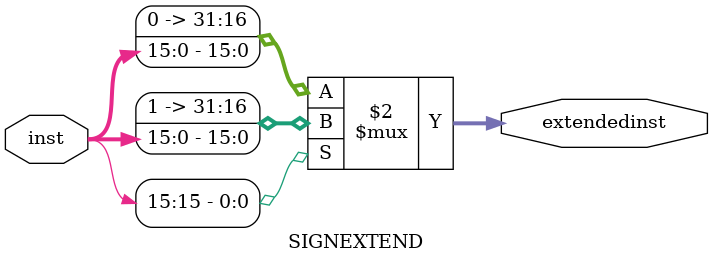
<source format=v>
module SIGNEXTEND (
input [15:0] inst ,
output [31:0] extendedinst
);
assign extendedinst = (inst[15] == 1) ? {{(16){1'b1}} , inst} : {{(16){1'b0}} , inst} ;
endmodule 

</source>
